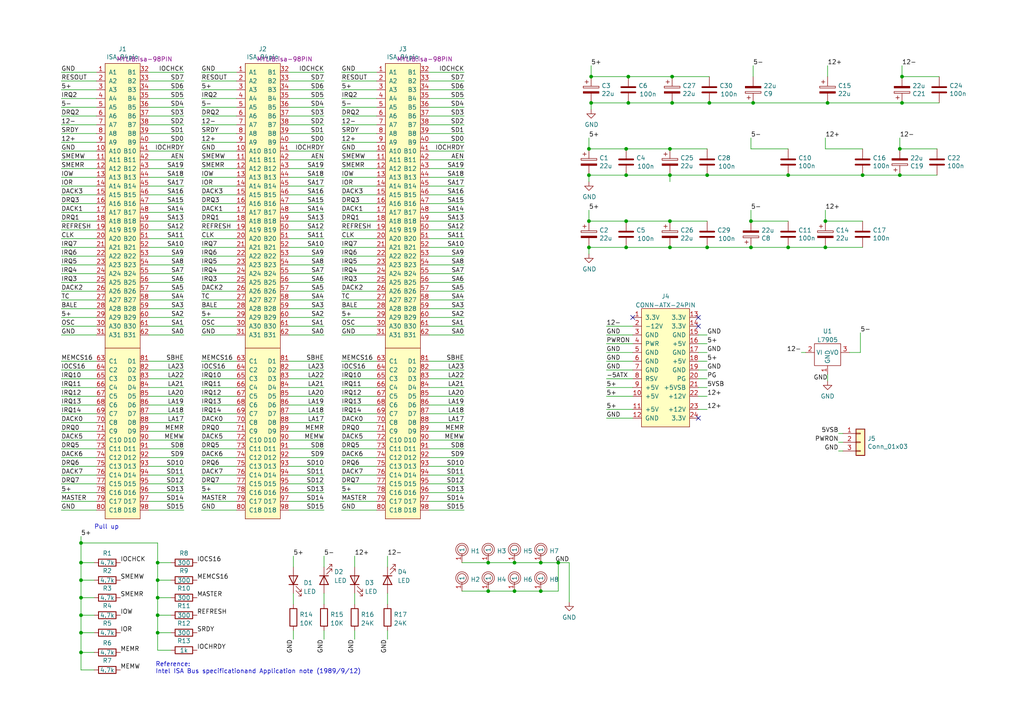
<source format=kicad_sch>
(kicad_sch (version 20211123) (generator eeschema)
  (paper "A4")
  (junction (at 205.105 71.755))
  (junction (at 182.245 29.845))
  (junction (at 261.62 22.225))
  (junction (at 170.815 64.135))
  (junction (at 194.31 43.18))
  (junction (at 194.945 29.845))
  (junction (at 250.19 50.8))
  (junction (at 228.6 50.8))
  (junction (at 205.74 29.845))
  (junction (at 149.225 163.195))
  (junction (at 217.805 64.135))
  (junction (at 194.31 50.8))
  (junction (at 181.61 50.8))
  (junction (at 23.495 168.275))
  (junction (at 261.62 29.845))
  (junction (at 181.61 43.18))
  (junction (at 182.245 22.225))
  (junction (at 240.03 29.845))
  (junction (at 23.495 183.515))
  (junction (at 45.72 173.355))
  (junction (at 161.925 163.195))
  (junction (at 45.72 168.275))
  (junction (at 181.61 71.755))
  (junction (at 260.985 50.8))
  (junction (at 156.845 171.45))
  (junction (at 217.805 71.755))
  (junction (at 260.985 43.18))
  (junction (at 194.31 64.135))
  (junction (at 170.815 71.755))
  (junction (at 141.605 171.45))
  (junction (at 194.945 22.225))
  (junction (at 171.45 29.845))
  (junction (at 239.395 64.135))
  (junction (at 23.495 189.23))
  (junction (at 45.72 178.435))
  (junction (at 141.605 163.195))
  (junction (at 218.44 29.845))
  (junction (at 23.495 157.48))
  (junction (at 149.225 171.45))
  (junction (at 228.6 71.755))
  (junction (at 239.395 71.755))
  (junction (at 170.815 50.8))
  (junction (at 23.495 173.355))
  (junction (at 23.495 178.435))
  (junction (at 181.61 64.135))
  (junction (at 45.72 163.195))
  (junction (at 205.105 50.8))
  (junction (at 194.31 71.755))
  (junction (at 170.815 43.18))
  (junction (at 23.495 163.195))
  (junction (at 45.72 183.515))
  (junction (at 156.845 163.195))
  (junction (at 171.45 22.225))
  (no_connect (at 183.515 92.075))
  (no_connect (at 202.565 92.075))
  (no_connect (at 202.565 94.615))
  (no_connect (at 202.565 121.285))
  (wire (pts (xy 250.19 43.18) (xy 239.395 43.18)))
  (wire (pts (xy 124.46 28.575) (xy 134.62 28.575)))
  (wire (pts (xy 45.72 188.595) (xy 45.72 183.515)))
  (wire (pts (xy 58.42 20.955) (xy 68.58 20.955)))
  (wire (pts (xy 156.845 171.45) (xy 161.925 171.45)))
  (wire (pts (xy 17.78 120.015) (xy 27.94 120.015)))
  (wire (pts (xy 83.82 97.155) (xy 93.98 97.155)))
  (wire (pts (xy 181.61 64.135) (xy 194.31 64.135)))
  (wire (pts (xy 83.82 79.375) (xy 93.98 79.375)))
  (wire (pts (xy 17.78 92.075) (xy 27.94 92.075)))
  (wire (pts (xy 68.58 23.495) (xy 58.42 23.495)))
  (wire (pts (xy 99.06 61.595) (xy 109.22 61.595)))
  (wire (pts (xy 23.495 157.48) (xy 45.72 157.48)))
  (wire (pts (xy 218.44 29.845) (xy 240.03 29.845)))
  (wire (pts (xy 99.06 74.295) (xy 109.22 74.295)))
  (wire (pts (xy 124.46 109.855) (xy 134.62 109.855)))
  (wire (pts (xy 218.44 19.05) (xy 218.44 22.225)))
  (wire (pts (xy 124.46 89.535) (xy 134.62 89.535)))
  (wire (pts (xy 99.06 59.055) (xy 109.22 59.055)))
  (wire (pts (xy 124.46 64.135) (xy 134.62 64.135)))
  (wire (pts (xy 17.78 56.515) (xy 27.94 56.515)))
  (wire (pts (xy 99.06 132.715) (xy 109.22 132.715)))
  (wire (pts (xy 93.98 161.29) (xy 93.98 164.465)))
  (wire (pts (xy 43.18 48.895) (xy 53.34 48.895)))
  (wire (pts (xy 202.565 104.775) (xy 205.105 104.775)))
  (wire (pts (xy 124.46 71.755) (xy 134.62 71.755)))
  (wire (pts (xy 23.495 178.435) (xy 23.495 183.515)))
  (wire (pts (xy 271.78 43.18) (xy 260.985 43.18)))
  (wire (pts (xy 49.53 178.435) (xy 45.72 178.435)))
  (wire (pts (xy 99.06 51.435) (xy 109.22 51.435)))
  (wire (pts (xy 68.58 26.035) (xy 58.42 26.035)))
  (wire (pts (xy 202.565 97.155) (xy 205.105 97.155)))
  (wire (pts (xy 17.78 89.535) (xy 27.94 89.535)))
  (wire (pts (xy 43.18 114.935) (xy 53.34 114.935)))
  (wire (pts (xy 27.305 173.355) (xy 23.495 173.355)))
  (wire (pts (xy 43.18 38.735) (xy 53.34 38.735)))
  (wire (pts (xy 83.82 69.215) (xy 93.98 69.215)))
  (wire (pts (xy 83.82 92.075) (xy 93.98 92.075)))
  (wire (pts (xy 68.58 28.575) (xy 58.42 28.575)))
  (wire (pts (xy 58.42 46.355) (xy 68.58 46.355)))
  (wire (pts (xy 43.18 26.035) (xy 53.34 26.035)))
  (wire (pts (xy 141.605 163.195) (xy 149.225 163.195)))
  (wire (pts (xy 99.06 89.535) (xy 109.22 89.535)))
  (wire (pts (xy 156.845 163.195) (xy 161.925 163.195)))
  (wire (pts (xy 202.565 114.935) (xy 205.105 114.935)))
  (wire (pts (xy 49.53 163.195) (xy 45.72 163.195)))
  (wire (pts (xy 124.46 43.815) (xy 134.62 43.815)))
  (wire (pts (xy 17.78 59.055) (xy 27.94 59.055)))
  (wire (pts (xy 17.78 94.615) (xy 27.94 94.615)))
  (wire (pts (xy 83.82 109.855) (xy 93.98 109.855)))
  (wire (pts (xy 102.87 161.29) (xy 102.87 164.465)))
  (wire (pts (xy 43.18 61.595) (xy 53.34 61.595)))
  (wire (pts (xy 58.42 71.755) (xy 68.58 71.755)))
  (wire (pts (xy 228.6 50.8) (xy 250.19 50.8)))
  (wire (pts (xy 182.245 22.225) (xy 171.45 22.225)))
  (wire (pts (xy 83.82 56.515) (xy 93.98 56.515)))
  (wire (pts (xy 182.245 29.845) (xy 171.45 29.845)))
  (wire (pts (xy 43.18 79.375) (xy 53.34 79.375)))
  (wire (pts (xy 83.82 107.315) (xy 93.98 107.315)))
  (wire (pts (xy 45.72 173.355) (xy 45.72 178.435)))
  (wire (pts (xy 124.46 137.795) (xy 134.62 137.795)))
  (wire (pts (xy 99.06 137.795) (xy 109.22 137.795)))
  (wire (pts (xy 43.18 41.275) (xy 53.34 41.275)))
  (wire (pts (xy 205.105 64.135) (xy 194.31 64.135)))
  (wire (pts (xy 83.82 117.475) (xy 93.98 117.475)))
  (wire (pts (xy 58.42 147.955) (xy 68.58 147.955)))
  (wire (pts (xy 83.82 86.995) (xy 93.98 86.995)))
  (wire (pts (xy 58.42 117.475) (xy 68.58 117.475)))
  (wire (pts (xy 99.06 104.775) (xy 109.22 104.775)))
  (wire (pts (xy 99.06 71.755) (xy 109.22 71.755)))
  (wire (pts (xy 83.82 76.835) (xy 93.98 76.835)))
  (wire (pts (xy 175.895 112.395) (xy 183.515 112.395)))
  (wire (pts (xy 99.06 41.275) (xy 109.22 41.275)))
  (wire (pts (xy 17.78 125.095) (xy 27.94 125.095)))
  (wire (pts (xy 124.46 112.395) (xy 134.62 112.395)))
  (wire (pts (xy 58.42 114.935) (xy 68.58 114.935)))
  (wire (pts (xy 165.1 174.625) (xy 165.1 163.195)))
  (wire (pts (xy 83.82 135.255) (xy 93.98 135.255)))
  (wire (pts (xy 124.46 69.215) (xy 134.62 69.215)))
  (wire (pts (xy 17.78 137.795) (xy 27.94 137.795)))
  (wire (pts (xy 170.815 60.96) (xy 170.815 64.135)))
  (wire (pts (xy 49.53 168.275) (xy 45.72 168.275)))
  (wire (pts (xy 43.18 66.675) (xy 53.34 66.675)))
  (wire (pts (xy 17.78 51.435) (xy 27.94 51.435)))
  (wire (pts (xy 124.46 127.635) (xy 134.62 127.635)))
  (wire (pts (xy 99.06 114.935) (xy 109.22 114.935)))
  (wire (pts (xy 27.94 33.655) (xy 17.78 33.655)))
  (wire (pts (xy 58.42 140.335) (xy 68.58 140.335)))
  (wire (pts (xy 27.94 31.115) (xy 17.78 31.115)))
  (wire (pts (xy 272.415 29.845) (xy 261.62 29.845)))
  (wire (pts (xy 202.565 107.315) (xy 205.105 107.315)))
  (wire (pts (xy 124.46 81.915) (xy 134.62 81.915)))
  (wire (pts (xy 58.42 92.075) (xy 68.58 92.075)))
  (wire (pts (xy 83.82 142.875) (xy 93.98 142.875)))
  (wire (pts (xy 17.78 41.275) (xy 27.94 41.275)))
  (wire (pts (xy 124.46 38.735) (xy 134.62 38.735)))
  (wire (pts (xy 17.78 66.675) (xy 27.94 66.675)))
  (wire (pts (xy 124.46 132.715) (xy 134.62 132.715)))
  (wire (pts (xy 58.42 69.215) (xy 68.58 69.215)))
  (wire (pts (xy 17.78 114.935) (xy 27.94 114.935)))
  (wire (pts (xy 124.46 66.675) (xy 134.62 66.675)))
  (wire (pts (xy 43.18 120.015) (xy 53.34 120.015)))
  (wire (pts (xy 93.98 20.955) (xy 83.82 20.955)))
  (wire (pts (xy 58.42 89.535) (xy 68.58 89.535)))
  (wire (pts (xy 83.82 74.295) (xy 93.98 74.295)))
  (wire (pts (xy 17.78 79.375) (xy 27.94 79.375)))
  (wire (pts (xy 45.72 157.48) (xy 45.72 163.195)))
  (wire (pts (xy 58.42 86.995) (xy 68.58 86.995)))
  (wire (pts (xy 181.61 64.135) (xy 170.815 64.135)))
  (wire (pts (xy 183.515 94.615) (xy 175.895 94.615)))
  (wire (pts (xy 109.22 38.735) (xy 99.06 38.735)))
  (wire (pts (xy 102.87 172.085) (xy 102.87 175.26)))
  (wire (pts (xy 170.815 43.18) (xy 181.61 43.18)))
  (wire (pts (xy 272.415 22.225) (xy 261.62 22.225)))
  (wire (pts (xy 194.31 71.755) (xy 205.105 71.755)))
  (wire (pts (xy 112.395 161.29) (xy 112.395 164.465)))
  (wire (pts (xy 58.42 137.795) (xy 68.58 137.795)))
  (wire (pts (xy 249.555 96.52) (xy 249.555 102.235)))
  (wire (pts (xy 83.82 130.175) (xy 93.98 130.175)))
  (wire (pts (xy 58.42 104.775) (xy 68.58 104.775)))
  (wire (pts (xy 205.105 71.755) (xy 217.805 71.755)))
  (wire (pts (xy 99.06 140.335) (xy 109.22 140.335)))
  (wire (pts (xy 83.82 104.775) (xy 93.98 104.775)))
  (wire (pts (xy 43.18 97.155) (xy 53.34 97.155)))
  (wire (pts (xy 109.22 28.575) (xy 99.06 28.575)))
  (wire (pts (xy 17.78 69.215) (xy 27.94 69.215)))
  (wire (pts (xy 124.46 92.075) (xy 134.62 92.075)))
  (wire (pts (xy 83.82 84.455) (xy 93.98 84.455)))
  (wire (pts (xy 124.46 86.995) (xy 134.62 86.995)))
  (wire (pts (xy 217.805 64.135) (xy 228.6 64.135)))
  (wire (pts (xy 133.985 163.195) (xy 141.605 163.195)))
  (wire (pts (xy 99.06 125.095) (xy 109.22 125.095)))
  (wire (pts (xy 43.18 89.535) (xy 53.34 89.535)))
  (wire (pts (xy 17.78 104.775) (xy 27.94 104.775)))
  (wire (pts (xy 124.46 135.255) (xy 134.62 135.255)))
  (wire (pts (xy 99.06 147.955) (xy 109.22 147.955)))
  (wire (pts (xy 217.805 60.96) (xy 217.805 64.135)))
  (wire (pts (xy 99.06 107.315) (xy 109.22 107.315)))
  (wire (pts (xy 99.06 127.635) (xy 109.22 127.635)))
  (wire (pts (xy 99.06 142.875) (xy 109.22 142.875)))
  (wire (pts (xy 217.805 40.005) (xy 217.805 43.18)))
  (wire (pts (xy 124.46 79.375) (xy 134.62 79.375)))
  (wire (pts (xy 23.495 168.275) (xy 23.495 173.355)))
  (wire (pts (xy 43.18 130.175) (xy 53.34 130.175)))
  (wire (pts (xy 243.205 128.27) (xy 244.475 128.27)))
  (wire (pts (xy 93.98 182.88) (xy 93.98 185.42)))
  (wire (pts (xy 124.46 61.595) (xy 134.62 61.595)))
  (wire (pts (xy 99.06 109.855) (xy 109.22 109.855)))
  (wire (pts (xy 17.78 86.995) (xy 27.94 86.995)))
  (wire (pts (xy 124.46 36.195) (xy 134.62 36.195)))
  (wire (pts (xy 58.42 66.675) (xy 68.58 66.675)))
  (wire (pts (xy 43.18 33.655) (xy 53.34 33.655)))
  (wire (pts (xy 17.78 43.815) (xy 27.94 43.815)))
  (wire (pts (xy 43.18 56.515) (xy 53.34 56.515)))
  (wire (pts (xy 246.38 102.235) (xy 249.555 102.235)))
  (wire (pts (xy 99.06 135.255) (xy 109.22 135.255)))
  (wire (pts (xy 43.18 107.315) (xy 53.34 107.315)))
  (wire (pts (xy 83.82 53.975) (xy 93.98 53.975)))
  (wire (pts (xy 43.18 31.115) (xy 53.34 31.115)))
  (wire (pts (xy 239.395 60.96) (xy 239.395 64.135)))
  (wire (pts (xy 17.78 142.875) (xy 27.94 142.875)))
  (wire (pts (xy 83.82 36.195) (xy 93.98 36.195)))
  (wire (pts (xy 83.82 46.355) (xy 93.98 46.355)))
  (wire (pts (xy 23.495 194.31) (xy 23.495 189.23)))
  (wire (pts (xy 83.82 41.275) (xy 93.98 41.275)))
  (wire (pts (xy 43.18 135.255) (xy 53.34 135.255)))
  (wire (pts (xy 43.18 64.135) (xy 53.34 64.135)))
  (wire (pts (xy 58.42 135.255) (xy 68.58 135.255)))
  (wire (pts (xy 83.82 137.795) (xy 93.98 137.795)))
  (wire (pts (xy 99.06 112.395) (xy 109.22 112.395)))
  (wire (pts (xy 240.03 19.05) (xy 240.03 22.225)))
  (wire (pts (xy 17.78 61.595) (xy 27.94 61.595)))
  (wire (pts (xy 239.395 71.755) (xy 228.6 71.755)))
  (wire (pts (xy 124.46 48.895) (xy 134.62 48.895)))
  (wire (pts (xy 83.82 38.735) (xy 93.98 38.735)))
  (wire (pts (xy 43.18 28.575) (xy 53.34 28.575)))
  (wire (pts (xy 124.46 147.955) (xy 134.62 147.955)))
  (wire (pts (xy 17.78 97.155) (xy 27.94 97.155)))
  (wire (pts (xy 43.18 117.475) (xy 53.34 117.475)))
  (wire (pts (xy 58.42 107.315) (xy 68.58 107.315)))
  (wire (pts (xy 23.495 155.575) (xy 23.495 157.48)))
  (wire (pts (xy 58.42 59.055) (xy 68.58 59.055)))
  (wire (pts (xy 58.42 53.975) (xy 68.58 53.975)))
  (wire (pts (xy 239.395 40.005) (xy 239.395 43.18)))
  (wire (pts (xy 170.815 40.005) (xy 170.815 43.18)))
  (wire (pts (xy 17.78 147.955) (xy 27.94 147.955)))
  (wire (pts (xy 85.09 172.085) (xy 85.09 175.26)))
  (wire (pts (xy 99.06 94.615) (xy 109.22 94.615)))
  (wire (pts (xy 124.46 107.315) (xy 134.62 107.315)))
  (wire (pts (xy 181.61 71.755) (xy 170.815 71.755)))
  (wire (pts (xy 58.42 74.295) (xy 68.58 74.295)))
  (wire (pts (xy 58.42 81.915) (xy 68.58 81.915)))
  (wire (pts (xy 43.18 86.995) (xy 53.34 86.995)))
  (wire (pts (xy 202.565 102.235) (xy 205.105 102.235)))
  (wire (pts (xy 99.06 130.175) (xy 109.22 130.175)))
  (wire (pts (xy 58.42 142.875) (xy 68.58 142.875)))
  (wire (pts (xy 171.45 19.05) (xy 171.45 22.225)))
  (wire (pts (xy 83.82 127.635) (xy 93.98 127.635)))
  (wire (pts (xy 83.82 23.495) (xy 93.98 23.495)))
  (wire (pts (xy 23.495 183.515) (xy 27.305 183.515)))
  (wire (pts (xy 99.06 86.995) (xy 109.22 86.995)))
  (wire (pts (xy 124.46 23.495) (xy 134.62 23.495)))
  (wire (pts (xy 181.61 43.18) (xy 194.31 43.18)))
  (wire (pts (xy 17.78 135.255) (xy 27.94 135.255)))
  (wire (pts (xy 112.395 182.88) (xy 112.395 185.42)))
  (wire (pts (xy 17.78 48.895) (xy 27.94 48.895)))
  (wire (pts (xy 205.105 43.18) (xy 194.31 43.18)))
  (wire (pts (xy 43.18 84.455) (xy 53.34 84.455)))
  (wire (pts (xy 205.74 22.225) (xy 194.945 22.225)))
  (wire (pts (xy 27.94 28.575) (xy 17.78 28.575)))
  (wire (pts (xy 99.06 97.155) (xy 109.22 97.155)))
  (wire (pts (xy 58.42 41.275) (xy 68.58 41.275)))
  (wire (pts (xy 17.78 107.315) (xy 27.94 107.315)))
  (wire (pts (xy 99.06 48.895) (xy 109.22 48.895)))
  (wire (pts (xy 58.42 122.555) (xy 68.58 122.555)))
  (wire (pts (xy 124.46 33.655) (xy 134.62 33.655)))
  (wire (pts (xy 124.46 145.415) (xy 134.62 145.415)))
  (wire (pts (xy 261.62 22.225) (xy 261.62 19.05)))
  (wire (pts (xy 112.395 172.085) (xy 112.395 175.26)))
  (wire (pts (xy 43.18 109.855) (xy 53.34 109.855)))
  (wire (pts (xy 260.985 50.8) (xy 250.19 50.8)))
  (wire (pts (xy 83.82 89.535) (xy 93.98 89.535)))
  (wire (pts (xy 124.46 117.475) (xy 134.62 117.475)))
  (wire (pts (xy 43.18 59.055) (xy 53.34 59.055)))
  (wire (pts (xy 17.78 36.195) (xy 27.94 36.195)))
  (wire (pts (xy 134.62 20.955) (xy 124.46 20.955)))
  (wire (pts (xy 205.74 29.845) (xy 218.44 29.845)))
  (wire (pts (xy 99.06 76.835) (xy 109.22 76.835)))
  (wire (pts (xy 17.78 84.455) (xy 27.94 84.455)))
  (wire (pts (xy 83.82 26.035) (xy 93.98 26.035)))
  (wire (pts (xy 124.46 125.095) (xy 134.62 125.095)))
  (wire (pts (xy 58.42 64.135) (xy 68.58 64.135)))
  (wire (pts (xy 183.515 104.775) (xy 175.895 104.775)))
  (wire (pts (xy 233.68 102.235) (xy 232.41 102.235)))
  (wire (pts (xy 240.03 110.49) (xy 240.03 108.585)))
  (wire (pts (xy 124.46 122.555) (xy 134.62 122.555)))
  (wire (pts (xy 175.895 109.855) (xy 183.515 109.855)))
  (wire (pts (xy 83.82 51.435) (xy 93.98 51.435)))
  (wire (pts (xy 170.815 50.8) (xy 170.815 52.705)))
  (wire (pts (xy 49.53 188.595) (xy 45.72 188.595)))
  (wire (pts (xy 27.305 189.23) (xy 23.495 189.23)))
  (wire (pts (xy 83.82 94.615) (xy 93.98 94.615)))
  (wire (pts (xy 183.515 102.235) (xy 175.895 102.235)))
  (wire (pts (xy 83.82 71.755) (xy 93.98 71.755)))
  (wire (pts (xy 43.18 145.415) (xy 53.34 145.415)))
  (wire (pts (xy 171.45 29.845) (xy 171.45 31.75)))
  (wire (pts (xy 124.46 31.115) (xy 134.62 31.115)))
  (wire (pts (xy 27.305 163.195) (xy 23.495 163.195)))
  (wire (pts (xy 85.09 161.29) (xy 85.09 164.465)))
  (wire (pts (xy 43.18 140.335) (xy 53.34 140.335)))
  (wire (pts (xy 17.78 71.755) (xy 27.94 71.755)))
  (wire (pts (xy 99.06 56.515) (xy 109.22 56.515)))
  (wire (pts (xy 99.06 46.355) (xy 109.22 46.355)))
  (wire (pts (xy 17.78 81.915) (xy 27.94 81.915)))
  (wire (pts (xy 83.82 81.915) (xy 93.98 81.915)))
  (wire (pts (xy 58.42 56.515) (xy 68.58 56.515)))
  (wire (pts (xy 17.78 112.395) (xy 27.94 112.395)))
  (wire (pts (xy 58.42 130.175) (xy 68.58 130.175)))
  (wire (pts (xy 43.18 104.775) (xy 53.34 104.775)))
  (wire (pts (xy 83.82 140.335) (xy 93.98 140.335)))
  (wire (pts (xy 17.78 145.415) (xy 27.94 145.415)))
  (wire (pts (xy 124.46 51.435) (xy 134.62 51.435)))
  (wire (pts (xy 99.06 79.375) (xy 109.22 79.375)))
  (wire (pts (xy 17.78 64.135) (xy 27.94 64.135)))
  (wire (pts (xy 58.42 94.615) (xy 68.58 94.615)))
  (wire (pts (xy 68.58 33.655) (xy 58.42 33.655)))
  (wire (pts (xy 205.74 29.845) (xy 194.945 29.845)))
  (wire (pts (xy 217.805 71.755) (xy 228.6 71.755)))
  (wire (pts (xy 183.515 97.155) (xy 175.895 97.155)))
  (wire (pts (xy 58.42 109.855) (xy 68.58 109.855)))
  (wire (pts (xy 175.895 99.695) (xy 183.515 99.695)))
  (wire (pts (xy 202.565 118.745) (xy 205.105 118.745)))
  (wire (pts (xy 124.46 120.015) (xy 134.62 120.015)))
  (wire (pts (xy 53.34 20.955) (xy 43.18 20.955)))
  (wire (pts (xy 27.305 178.435) (xy 23.495 178.435)))
  (wire (pts (xy 43.18 137.795) (xy 53.34 137.795)))
  (wire (pts (xy 58.42 43.815) (xy 68.58 43.815)))
  (wire (pts (xy 27.94 26.035) (xy 17.78 26.035)))
  (wire (pts (xy 239.395 71.755) (xy 250.19 71.755)))
  (wire (pts (xy 102.87 182.88) (xy 102.87 185.42)))
  (wire (pts (xy 99.06 64.135) (xy 109.22 64.135)))
  (wire (pts (xy 165.1 163.195) (xy 161.925 163.195)))
  (wire (pts (xy 58.42 120.015) (xy 68.58 120.015)))
  (wire (pts (xy 23.495 194.31) (xy 27.305 194.31)))
  (wire (pts (xy 183.515 121.285) (xy 175.895 121.285)))
  (wire (pts (xy 124.46 142.875) (xy 134.62 142.875)))
  (wire (pts (xy 202.565 109.855) (xy 205.105 109.855)))
  (wire (pts (xy 43.18 36.195) (xy 53.34 36.195)))
  (wire (pts (xy 124.46 130.175) (xy 134.62 130.175)))
  (wire (pts (xy 58.42 36.195) (xy 68.58 36.195)))
  (wire (pts (xy 109.22 26.035) (xy 99.06 26.035)))
  (wire (pts (xy 43.18 81.915) (xy 53.34 81.915)))
  (wire (pts (xy 93.98 172.085) (xy 93.98 175.26)))
  (wire (pts (xy 43.18 43.815) (xy 53.34 43.815)))
  (wire (pts (xy 83.82 43.815) (xy 93.98 43.815)))
  (wire (pts (xy 109.22 33.655) (xy 99.06 33.655)))
  (wire (pts (xy 58.42 84.455) (xy 68.58 84.455)))
  (wire (pts (xy 58.42 76.835) (xy 68.58 76.835)))
  (wire (pts (xy 17.78 117.475) (xy 27.94 117.475)))
  (wire (pts (xy 99.06 81.915) (xy 109.22 81.915)))
  (wire (pts (xy 99.06 20.955) (xy 109.22 20.955)))
  (wire (pts (xy 124.46 114.935) (xy 134.62 114.935)))
  (wire (pts (xy 243.205 125.73) (xy 244.475 125.73)))
  (wire (pts (xy 17.78 127.635) (xy 27.94 127.635)))
  (wire (pts (xy 124.46 97.155) (xy 134.62 97.155)))
  (wire (pts (xy 43.18 74.295) (xy 53.34 74.295)))
  (wire (pts (xy 58.42 127.635) (xy 68.58 127.635)))
  (wire (pts (xy 49.53 183.515) (xy 45.72 183.515)))
  (wire (pts (xy 58.42 97.155) (xy 68.58 97.155)))
  (wire (pts (xy 149.225 171.45) (xy 156.845 171.45)))
  (wire (pts (xy 83.82 122.555) (xy 93.98 122.555)))
  (wire (pts (xy 175.895 118.745) (xy 183.515 118.745)))
  (wire (pts (xy 124.46 94.615) (xy 134.62 94.615)))
  (wire (pts (xy 17.78 20.955) (xy 27.94 20.955)))
  (wire (pts (xy 170.815 71.755) (xy 170.815 73.66)))
  (wire (pts (xy 83.82 145.415) (xy 93.98 145.415)))
  (wire (pts (xy 124.46 76.835) (xy 134.62 76.835)))
  (wire (pts (xy 175.895 114.935) (xy 183.515 114.935)))
  (wire (pts (xy 124.46 140.335) (xy 134.62 140.335)))
  (wire (pts (xy 99.06 84.455) (xy 109.22 84.455)))
  (wire (pts (xy 17.78 76.835) (xy 27.94 76.835)))
  (wire (pts (xy 58.42 112.395) (xy 68.58 112.395)))
  (wire (pts (xy 124.46 53.975) (xy 134.62 53.975)))
  (wire (pts (xy 58.42 48.895) (xy 68.58 48.895)))
  (wire (pts (xy 43.18 112.395) (xy 53.34 112.395)))
  (wire (pts (xy 181.61 50.8) (xy 194.31 50.8)))
  (wire (pts (xy 17.78 140.335) (xy 27.94 140.335)))
  (wire (pts (xy 43.18 51.435) (xy 53.34 51.435)))
  (wire (pts (xy 124.46 26.035) (xy 134.62 26.035)))
  (wire (pts (xy 17.78 53.975) (xy 27.94 53.975)))
  (wire (pts (xy 68.58 31.115) (xy 58.42 31.115)))
  (wire (pts (xy 202.565 99.695) (xy 205.105 99.695)))
  (wire (pts (xy 58.42 79.375) (xy 68.58 79.375)))
  (wire (pts (xy 99.06 117.475) (xy 109.22 117.475)))
  (wire (pts (xy 23.495 157.48) (xy 23.495 163.195)))
  (wire (pts (xy 43.18 71.755) (xy 53.34 71.755)))
  (wire (pts (xy 83.82 114.935) (xy 93.98 114.935)))
  (wire (pts (xy 23.495 173.355) (xy 23.495 178.435)))
  (wire (pts (xy 83.82 66.675) (xy 93.98 66.675)))
  (wire (pts (xy 83.82 48.895) (xy 93.98 48.895)))
  (wire (pts (xy 271.78 50.8) (xy 260.985 50.8)))
  (wire (pts (xy 27.94 23.495) (xy 17.78 23.495)))
  (wire (pts (xy 202.565 112.395) (xy 205.105 112.395)))
  (wire (pts (xy 43.18 142.875) (xy 53.34 142.875)))
  (wire (pts (xy 240.03 29.845) (xy 261.62 29.845)))
  (wire (pts (xy 45.72 168.275) (xy 45.72 173.355)))
  (wire (pts (xy 83.82 147.955) (xy 93.98 147.955)))
  (wire (pts (xy 17.78 74.295) (xy 27.94 74.295)))
  (wire (pts (xy 27.94 38.735) (xy 17.78 38.735)))
  (wire (pts (xy 124.46 104.775) (xy 134.62 104.775)))
  (wire (pts (xy 83.82 64.135) (xy 93.98 64.135)))
  (wire (pts (xy 205.105 50.8) (xy 228.6 50.8)))
  (wire (pts (xy 99.06 53.975) (xy 109.22 53.975)))
  (wire (pts (xy 141.605 171.45) (xy 149.225 171.45)))
  (wire (pts (xy 124.46 84.455) (xy 134.62 84.455)))
  (wire (pts (xy 23.495 163.195) (xy 23.495 168.275)))
  (wire (pts (xy 17.78 109.855) (xy 27.94 109.855)))
  (wire (pts (xy 83.82 59.055) (xy 93.98 59.055)))
  (wire (pts (xy 182.245 29.845) (xy 194.945 29.845)))
  (wire (pts (xy 17.78 130.175) (xy 27.94 130.175)))
  (wire (pts (xy 83.82 125.095) (xy 93.98 125.095)))
  (wire (pts (xy 124.46 41.275) (xy 134.62 41.275)))
  (wire (pts (xy 99.06 66.675) (xy 109.22 66.675)))
  (wire (pts (xy 43.18 23.495) (xy 53.34 23.495)))
  (wire (pts (xy 58.42 145.415) (xy 68.58 145.415)))
  (wire (pts (xy 83.82 28.575) (xy 93.98 28.575)))
  (wire (pts (xy 23.495 189.23) (xy 23.495 183.515)))
  (wire (pts (xy 99.06 92.075) (xy 109.22 92.075)))
  (wire (pts (xy 243.205 130.81) (xy 244.475 130.81)))
  (wire (pts (xy 17.78 132.715) (xy 27.94 132.715)))
  (wire (pts (xy 99.06 145.415) (xy 109.22 145.415)))
  (wire (pts (xy 124.46 74.295) (xy 134.62 74.295)))
  (wire (pts (xy 194.31 50.8) (xy 194.31 52.705)))
  (wire (pts (xy 68.58 38.735) (xy 58.42 38.735)))
  (wire (pts (xy 43.18 46.355) (xy 53.34 46.355)))
  (wire (pts (xy 181.61 71.755) (xy 194.31 71.755)))
  (wire (pts (xy 149.225 163.195) (xy 156.845 163.195)))
  (wire (pts (xy 43.18 147.955) (xy 53.34 147.955)))
  (wire (pts (xy 109.22 31.115) (xy 99.06 31.115)))
  (wire (pts (xy 43.18 125.095) (xy 53.34 125.095)))
  (wire (pts (xy 83.82 112.395) (xy 93.98 112.395)))
  (wire (pts (xy 183.515 107.315) (xy 175.895 107.315)))
  (wire (pts (xy 99.06 36.195) (xy 109.22 36.195)))
  (wire (pts (xy 161.925 163.195) (xy 161.925 171.45)))
  (wire (pts (xy 58.42 125.095) (xy 68.58 125.095)))
  (wire (pts (xy 99.06 122.555) (xy 109.22 122.555)))
  (wire (pts (xy 43.18 127.635) (xy 53.34 127.635)))
  (wire (pts (xy 250.19 64.135) (xy 239.395 64.135)))
  (wire (pts (xy 45.72 163.195) (xy 45.72 168.275)))
  (wire (pts (xy 85.09 182.88) (xy 85.09 185.42)))
  (wire (pts (xy 17.78 46.355) (xy 27.94 46.355)))
  (wire (pts (xy 17.78 122.555) (xy 27.94 122.555)))
  (wire (pts (xy 49.53 173.355) (xy 45.72 173.355)))
  (wire (pts (xy 27.305 168.275) (xy 23.495 168.275)))
  (wire (pts (xy 43.18 76.835) (xy 53.34 76.835)))
  (wire (pts (xy 83.82 31.115) (xy 93.98 31.115)))
  (wire (pts (xy 260.985 43.18) (xy 260.985 40.005)))
  (wire (pts (xy 43.18 94.615) (xy 53.34 94.615)))
  (wire (pts (xy 205.105 50.8) (xy 194.31 50.8)))
  (wire (pts (xy 99.06 43.815) (xy 109.22 43.815)))
  (wire (pts (xy 83.82 120.015) (xy 93.98 120.015)))
  (wire (pts (xy 124.46 46.355) (xy 134.62 46.355)))
  (wire (pts (xy 109.22 23.495) (xy 99.06 23.495)))
  (wire (pts (xy 217.805 43.18) (xy 228.6 43.18)))
  (wire (pts (xy 45.72 178.435) (xy 45.72 183.515)))
  (wire (pts (xy 181.61 50.8) (xy 170.815 50.8)))
  (wire (pts (xy 58.42 51.435) (xy 68.58 51.435)))
  (wire (pts (xy 43.18 92.075) (xy 53.34 92.075)))
  (wire (pts (xy 58.42 61.595) (xy 68.58 61.595)))
  (wire (pts (xy 58.42 132.715) (xy 68.58 132.715)))
  (wire (pts (xy 99.06 69.215) (xy 109.22 69.215)))
  (wire (pts (xy 83.82 132.715) (xy 93.98 132.715)))
  (wire (pts (xy 43.18 132.715) (xy 53.34 132.715)))
  (wire (pts (xy 83.82 33.655) (xy 93.98 33.655)))
  (wire (pts (xy 43.18 53.975) (xy 53.34 53.975)))
  (wire (pts (xy 99.06 120.015) (xy 109.22 120.015)))
  (wire (pts (xy 83.82 61.595) (xy 93.98 61.595)))
  (wire (pts (xy 124.46 59.055) (xy 134.62 59.055)))
  (wire (pts (xy 124.46 56.515) (xy 134.62 56.515)))
  (wire (pts (xy 133.985 171.45) (xy 141.605 171.45)))
  (wire (pts (xy 182.245 22.225) (xy 194.945 22.225)))
  (wire (pts (xy 43.18 69.215) (xy 53.34 69.215)))
  (wire (pts (xy 43.18 122.555) (xy 53.34 122.555)))
  (text "Reference: \nIntel ISA Bus specificationand Application note (1989/9/12)" (at 45.085 195.58 0) (effects (font (size 1.27 1.27)) (justify left bottom)))
  (text "Pull up" (at 27.305 153.67 0) (effects (font (size 1.27 1.27)) (justify left bottom)))
  (label "SD6" (at 134.62 26.035 180))
  (label "5+" (at 205.105 104.775 0))
  (label "OSC" (at 99.06 94.615 0))
  (label "IRQ3" (at 99.06 81.915 0))
  (label "DRQ3" (at 99.06 59.055 0))
  (label "5+" (at 175.895 114.935 0))
  (label "DACK3" (at 58.42 56.515 0))
  (label "SD15" (at 53.34 147.955 180))
  (label "SA15" (at 134.62 59.055 180))
  (label "SA1" (at 134.62 94.615 180))
  (label "LA21" (at 93.98 112.395 180))
  (label "DRQ7" (at 17.78 140.335 0))
  (label "5+" (at 99.06 142.875 0))
  (label "SA18" (at 93.98 51.435 180))
  (label "SMEMR" (at 99.06 48.895 0))
  (label "5-" (at 217.805 40.005 0))
  (label "IOCS16" (at 17.78 107.315 0))
  (label "BALE" (at 58.42 89.535 0))
  (label "IRQ7" (at 17.78 71.755 0))
  (label "BALE" (at 17.78 89.535 0))
  (label "IRQ10" (at 99.06 109.855 0))
  (label "GND" (at 58.42 20.955 0))
  (label "5+" (at 17.78 26.035 0))
  (label "12-" (at 58.42 36.195 0))
  (label "DACK7" (at 58.42 137.795 0))
  (label "12+" (at 239.395 40.005 0))
  (label "DRQ6" (at 17.78 135.255 0))
  (label "SA15" (at 93.98 59.055 180))
  (label "DRQ2" (at 99.06 33.655 0))
  (label "IRQ6" (at 17.78 74.295 0))
  (label "IRQ13" (at 17.78 117.475 0))
  (label "IRQ14" (at 17.78 120.015 0))
  (label "IRQ4" (at 58.42 79.375 0))
  (label "SD8" (at 134.62 130.175 180))
  (label "SA11" (at 134.62 69.215 180))
  (label "SA2" (at 93.98 92.075 180))
  (label "IOCHCK" (at 53.34 20.955 180))
  (label "IOCHRDY" (at 57.15 188.595 0))
  (label "REFRESH" (at 58.42 66.675 0))
  (label "SRDY" (at 99.06 38.735 0))
  (label "AEN" (at 53.34 46.355 180))
  (label "SD9" (at 134.62 132.715 180))
  (label "LA21" (at 53.34 112.395 180))
  (label "SD11" (at 53.34 137.795 180))
  (label "SD14" (at 134.62 145.415 180))
  (label "LA18" (at 53.34 120.015 180))
  (label "IOCHCK" (at 34.925 163.195 0))
  (label "SA17" (at 134.62 53.975 180))
  (label "5-" (at 58.42 31.115 0))
  (label "SA6" (at 134.62 81.915 180))
  (label "SBHE" (at 93.98 104.775 180))
  (label "12-" (at 261.62 19.05 0))
  (label "IRQ12" (at 99.06 114.935 0))
  (label "SD10" (at 93.98 135.255 180))
  (label "MASTER" (at 58.42 145.415 0))
  (label "GND" (at 175.895 121.285 0))
  (label "PWRON" (at 175.895 99.695 0))
  (label "SA19" (at 53.34 48.895 180))
  (label "SA17" (at 53.34 53.975 180))
  (label "MEMCS16" (at 17.78 104.775 0))
  (label "MEMCS16" (at 99.06 104.775 0))
  (label "SMEMR" (at 58.42 48.895 0))
  (label "DACK3" (at 99.06 56.515 0))
  (label "SD3" (at 53.34 33.655 180))
  (label "SD9" (at 93.98 132.715 180))
  (label "SD6" (at 93.98 26.035 180))
  (label "SD13" (at 93.98 142.875 180))
  (label "5+" (at 99.06 92.075 0))
  (label "IRQ4" (at 99.06 79.375 0))
  (label "SA8" (at 134.62 76.835 180))
  (label "SD7" (at 53.34 23.495 180))
  (label "GND" (at 243.205 130.81 180))
  (label "12+" (at 17.78 41.275 0))
  (label "GND" (at 58.42 147.955 0))
  (label "5-" (at 99.06 31.115 0))
  (label "MEMW" (at 134.62 127.635 180))
  (label "RESOUT" (at 17.78 23.495 0))
  (label "12+" (at 99.06 41.275 0))
  (label "LA17" (at 134.62 122.555 180))
  (label "5+" (at 58.42 92.075 0))
  (label "SA7" (at 93.98 79.375 180))
  (label "CLK" (at 58.42 69.215 0))
  (label "IRQ11" (at 17.78 112.395 0))
  (label "SA10" (at 134.62 71.755 180))
  (label "GND" (at 17.78 147.955 0))
  (label "LA22" (at 93.98 109.855 180))
  (label "SA12" (at 134.62 66.675 180))
  (label "SA4" (at 134.62 86.995 180))
  (label "12+" (at 205.105 114.935 0))
  (label "DRQ5" (at 58.42 130.175 0))
  (label "CLK" (at 17.78 69.215 0))
  (label "IOCHRDY" (at 134.62 43.815 180))
  (label "SA12" (at 53.34 66.675 180))
  (label "5-" (at 93.98 161.29 0))
  (label "DRQ2" (at 58.42 33.655 0))
  (label "GND" (at 99.06 147.955 0))
  (label "5-" (at 249.555 96.52 0))
  (label "12+" (at 102.87 161.29 0))
  (label "LA19" (at 53.34 117.475 180))
  (label "5+" (at 170.815 60.96 0))
  (label "SD1" (at 53.34 38.735 180))
  (label "IRQ14" (at 58.42 120.015 0))
  (label "SA1" (at 93.98 94.615 180))
  (label "SA16" (at 134.62 56.515 180))
  (label "LA22" (at 53.34 109.855 180))
  (label "IRQ10" (at 17.78 109.855 0))
  (label "SA5" (at 53.34 84.455 180))
  (label "MEMCS16" (at 58.42 104.775 0))
  (label "SA10" (at 53.34 71.755 180))
  (label "SA2" (at 134.62 92.075 180))
  (label "SD2" (at 93.98 36.195 180))
  (label "BALE" (at 99.06 89.535 0))
  (label "SMEMW" (at 34.925 168.275 0))
  (label "IRQ7" (at 58.42 71.755 0))
  (label "5VSB" (at 243.205 125.73 180))
  (label "SA3" (at 53.34 89.535 180))
  (label "GND" (at 175.895 97.155 0))
  (label "DACK2" (at 99.06 84.455 0))
  (label "SA4" (at 93.98 86.995 180))
  (label "IOCS16" (at 58.42 107.315 0))
  (label "IOW" (at 58.42 51.435 0))
  (label "LA21" (at 134.62 112.395 180))
  (label "SA6" (at 53.34 81.915 180))
  (label "SD1" (at 93.98 38.735 180))
  (label "DRQ6" (at 58.42 135.255 0))
  (label "DACK5" (at 99.06 127.635 0))
  (label "5+" (at 170.815 40.005 0))
  (label "LA18" (at 134.62 120.015 180))
  (label "GND" (at 175.895 102.235 0))
  (label "DRQ0" (at 17.78 125.095 0))
  (label "DACK6" (at 58.42 132.715 0))
  (label "MEMR" (at 134.62 125.095 180))
  (label "SA0" (at 134.62 97.155 180))
  (label "DRQ3" (at 58.42 59.055 0))
  (label "LA18" (at 93.98 120.015 180))
  (label "SD7" (at 93.98 23.495 180))
  (label "IRQ14" (at 99.06 120.015 0))
  (label "SD13" (at 53.34 142.875 180))
  (label "GND" (at 17.78 43.815 0))
  (label "SA13" (at 53.34 64.135 180))
  (label "DRQ7" (at 99.06 140.335 0))
  (label "12-" (at 17.78 36.195 0))
  (label "TC" (at 17.78 86.995 0))
  (label "REFRESH" (at 99.06 66.675 0))
  (label "SA6" (at 93.98 81.915 180))
  (label "SD13" (at 134.62 142.875 180))
  (label "SD15" (at 134.62 147.955 180))
  (label "MASTER" (at 99.06 145.415 0))
  (label "SD12" (at 134.62 140.335 180))
  (label "SRDY" (at 58.42 38.735 0))
  (label "GND" (at 99.06 97.155 0))
  (label "SA3" (at 93.98 89.535 180))
  (label "IRQ12" (at 58.42 114.935 0))
  (label "DRQ3" (at 17.78 59.055 0))
  (label "SD14" (at 93.98 145.415 180))
  (label "SD7" (at 134.62 23.495 180))
  (label "SA16" (at 53.34 56.515 180))
  (label "SA14" (at 93.98 61.595 180))
  (label "GND" (at 93.98 185.42 270))
  (label "SD11" (at 93.98 137.795 180))
  (label "SA19" (at 134.62 48.895 180))
  (label "IRQ11" (at 99.06 112.395 0))
  (label "IOR" (at 17.78 53.975 0))
  (label "SA18" (at 134.62 51.435 180))
  (label "5+" (at 175.895 118.745 0))
  (label "SA11" (at 93.98 69.215 180))
  (label "GND" (at 205.105 97.155 0))
  (label "SA9" (at 53.34 74.295 180))
  (label "5+" (at 17.78 142.875 0))
  (label "SA8" (at 53.34 76.835 180))
  (label "DACK2" (at 58.42 84.455 0))
  (label "RESOUT" (at 99.06 23.495 0))
  (label "IRQ7" (at 99.06 71.755 0))
  (label "DACK3" (at 17.78 56.515 0))
  (label "12-" (at 112.395 161.29 0))
  (label "SD5" (at 93.98 28.575 180))
  (label "SD1" (at 134.62 38.735 180))
  (label "DACK7" (at 99.06 137.795 0))
  (label "DACK7" (at 17.78 137.795 0))
  (label "5-" (at 218.44 19.05 0))
  (label "SA14" (at 134.62 61.595 180))
  (label "5+" (at 85.09 161.29 0))
  (label "DRQ1" (at 58.42 64.135 0))
  (label "SRDY" (at 57.15 183.515 0))
  (label "IRQ5" (at 99.06 76.835 0))
  (label "SA7" (at 134.62 79.375 180))
  (label "5VSB" (at 205.105 112.395 0))
  (label "LA20" (at 53.34 114.935 180))
  (label "GND" (at 205.105 102.235 0))
  (label "IOCHCK" (at 134.62 20.955 180))
  (label "DRQ1" (at 99.06 64.135 0))
  (label "SRDY" (at 17.78 38.735 0))
  (label "GND" (at 175.895 104.775 0))
  (label "SD2" (at 134.62 36.195 180))
  (label "SD14" (at 53.34 145.415 180))
  (label "IRQ11" (at 58.42 112.395 0))
  (label "12-" (at 175.895 94.615 0))
  (label "DRQ5" (at 17.78 130.175 0))
  (label "MASTER" (at 57.15 173.355 0))
  (label "IOCHCK" (at 93.98 20.955 180))
  (label "SA19" (at 93.98 48.895 180))
  (label "DRQ0" (at 99.06 125.095 0))
  (label "LA17" (at 53.34 122.555 180))
  (label "DACK1" (at 99.06 61.595 0))
  (label "GND" (at 99.06 43.815 0))
  (label "TC" (at 58.42 86.995 0))
  (label "IRQ3" (at 58.42 81.915 0))
  (label "SD5" (at 134.62 28.575 180))
  (label "IOW" (at 99.06 51.435 0))
  (label "5+" (at 205.105 99.695 0))
  (label "12+" (at 240.03 19.05 0))
  (label "REFRESH" (at 57.15 178.435 0))
  (label "5+" (at 171.45 19.05 0))
  (label "DACK2" (at 17.78 84.455 0))
  (label "GND" (at 17.78 20.955 0))
  (label "MEMR" (at 53.34 125.095 180))
  (label "SD0" (at 53.34 41.275 180))
  (label "MEMW" (at 53.34 127.635 180))
  (label "LA20" (at 93.98 114.935 180))
  (label "GND" (at 112.395 185.42 270))
  (label "LA22" (at 134.62 109.855 180))
  (label "DRQ5" (at 99.06 130.175 0))
  (label "DACK6" (at 17.78 132.715 0))
  (label "IRQ10" (at 58.42 109.855 0))
  (label "SMEMR" (at 17.78 48.895 0))
  (label "GND" (at 17.78 97.155 0))
  (label "DACK1" (at 17.78 61.595 0))
  (label "CLK" (at 99.06 69.215 0))
  (label "DACK0" (at 17.78 122.555 0))
  (label "SA14" (at 53.34 61.595 180))
  (label "PWRON" (at 243.205 128.27 180))
  (label "SMEMW" (at 58.42 46.355 0))
  (label "GND" (at 99.06 20.955 0))
  (label "5+" (at 58.42 142.875 0))
  (label "5+" (at 23.495 155.575 0))
  (label "SA4" (at 53.34 86.995 180))
  (label "SMEMW" (at 17.78 46.355 0))
  (label "SD4" (at 93.98 31.115 180))
  (label "SMEMW" (at 99.06 46.355 0))
  (label "PG" (at 205.105 109.855 0))
  (label "SA0" (at 93.98 97.155 180))
  (label "MASTER" (at 17.78 145.415 0))
  (label "12+" (at 239.395 60.96 0))
  (label "MEMW" (at 93.98 127.635 180))
  (label "MEMR" (at 93.98 125.095 180))
  (label "TC" (at 99.06 86.995 0))
  (label "IRQ5" (at 58.42 76.835 0))
  (label "DRQ7" (at 58.42 140.335 0))
  (label "DACK5" (at 58.42 127.635 0))
  (label "SD9" (at 53.34 132.715 180))
  (label "IOR" (at 58.42 53.975 0))
  (label "SA16" (at 93.98 56.515 180))
  (label "GND" (at 165.1 163.195 180))
  (label "SA15" (at 53.34 59.055 180))
  (label "IOW" (at 17.78 51.435 0))
  (label "SBHE" (at 134.62 104.775 180))
  (label "IOCS16" (at 57.15 163.195 0))
  (label "GND" (at 85.09 185.42 270))
  (label "RESOUT" (at 58.42 23.495 0))
  (label "SD12" (at 93.98 140.335 180))
  (label "SMEMR" (at 34.925 173.355 0))
  (label "DACK0" (at 58.42 122.555 0))
  (label "MEMCS16" (at 57.15 168.275 0))
  (label "GND" (at 58.42 97.155 0))
  (label "GND" (at 205.105 107.315 0))
  (label "IRQ6" (at 99.06 74.295 0))
  (label "-5ATX" (at 175.895 109.855 0))
  (label "LA23" (at 53.34 107.315 180))
  (label "OSC" (at 58.42 94.615 0))
  (label "SA17" (at 93.98 53.975 180))
  (label "SA7" (at 53.34 79.375 180))
  (label "LA19" (at 93.98 117.475 180))
  (label "GND" (at 58.42 43.815 0))
  (label "IRQ12" (at 17.78 114.935 0))
  (label "DRQ6" (at 99.06 135.255 0))
  (label "DACK6" (at 99.06 132.715 0))
  (label "5-" (at 17.78 31.115 0))
  (label "IRQ4" (at 17.78 79.375 0))
  (label "OSC" (at 17.78 94.615 0))
  (label "SD0" (at 93.98 41.275 180))
  (label "SD15" (at 93.98 147.955 180))
  (label "AEN" (at 134.62 46.355 180))
  (label "SA5" (at 93.98 84.455 180))
  (label "IOCS16" (at 99.06 107.315 0))
  (label "IOCHRDY" (at 53.34 43.815 180))
  (label "SA13" (at 93.98 64.135 180))
  (label "DRQ0" (at 58.42 125.095 0))
  (label "IRQ2" (at 99.06 28.575 0))
  (label "DACK5" (at 17.78 127.635 0))
  (label "LA19" (at 134.62 117.475 180))
  (label "SA9" (at 134.62 74.295 180))
  (label "SD11" (at 134.62 137.795 180))
  (label "5+" (at 175.895 112.395 0))
  (label "SA5" (at 134.62 84.455 180))
  (label "SA9" (at 93.98 74.295 180))
  (label "SD5" (at 53.34 28.575 180))
  (label "GND" (at 102.87 185.42 270))
  (label "IRQ2" (at 58.42 28.575 0))
  (label "DRQ1" (at 17.78 64.135 0))
  (label "SD6" (at 53.34 26.035 180))
  (label "SD8" (at 53.34 130.175 180))
  (label "DACK1" (at 58.42 61.595 0))
  (label "IOW" (at 34.925 178.435 0))
  (label "MEMW" (at 34.925 194.31 0))
  (label "DACK0" (at 99.06 122.555 0))
  (label "SA0" (at 53.34 97.155 180))
  (label "IRQ5" (at 17.78 76.835 0))
  (label "SBHE" (at 53.34 104.775 180))
  (label "LA20" (at 134.62 114.935 180))
  (label "REFRESH" (at 17.78 66.675 0))
  (label "LA23" (at 93.98 107.315 180))
  (label "SA3" (at 134.62 89.535 180))
  (label "SD3" (at 134.62 33.655 180))
  (label "LA17" (at 93.98 122.555 180))
  (label "SD10" (at 134.62 135.255 180))
  (label "SA18" (at 53.34 51.435 180))
  (label "SD3" (at 93.98 33.655 180))
  (label "5-" (at 217.805 60.96 0))
  (label "SD2" (at 53.34 36.195 180))
  (label "IOR" (at 99.06 53.975 0))
  (label "IRQ13" (at 99.06 117.475 0))
  (label "12+" (at 205.105 118.745 0))
  (label "SA2" (at 53.34 92.075 180))
  (label "5+" (at 58.42 26.035 0))
  (label "SA11" (at 53.34 69.215 180))
  (label "SD4" (at 53.34 31.115 180))
  (label "IRQ6" (at 58.42 74.295 0))
  (label "SA1" (at 53.34 94.615 180))
  (label "12-" (at 99.06 36.195 0))
  (label "SA13" (at 134.62 64.135 180))
  (label "SA8" (at 93.98 76.835 180))
  (label "IOCHRDY" (at 93.98 43.815 180))
  (label "SD8" (at 93.98 130.175 180))
  (label "IOR" (at 34.925 183.515 0))
  (label "IRQ2" (at 17.78 28.575 0))
  (label "MEMR" (at 34.925 189.23 0))
  (label "5+" (at 99.06 26.035 0))
  (label "SA12" (at 93.98 66.675 180))
  (label "GND" (at 175.895 107.315 0))
  (label "12+" (at 58.42 41.275 0))
  (label "IRQ3" (at 17.78 81.915 0))
  (label "IRQ13" (at 58.42 117.475 0))
  (label "SD4" (at 134.62 31.115 180))
  (label "SD10" (at 53.34 135.255 180))
  (label "AEN" (at 93.98 46.355 180))
  (label "SD0" (at 134.62 41.275 180))
  (label "DRQ2" (at 17.78 33.655 0))
  (label "5+" (at 17.78 92.075 0))
  (label "SD12" (at 53.34 140.335 180))
  (label "GND" (at 240.03 110.49 180))
  (label "12-" (at 260.985 40.005 0))
  (label "12-" (at 232.41 102.235 180))
  (label "SA10" (at 93.98 71.755 180))
  (label "LA23" (at 134.62 107.315 180))
  (symbol (lib_id "Mylib:ISA_94pin") (at 35.56 100.965 0) (unit 1)
    (property "Reference" "J1" (at 35.56 14.224 0))
    (property "Value" "ISA_94pin" (at 35.56 16.5354 0))
    (property "Footprint" "MYLIB:isa-98PIN" (at 41.91 17.145 0))
  )
  (symbol (lib_id "Device:R") (at 31.115 168.275 270) (unit 1)
    (property "Reference" "R2" (at 31.115 165.5572 90))
    (property "Value" "4.7k" (at 31.115 168.3258 90))
    (property "Footprint" "Resistor_THT:R_Axial_DIN0309_L9.0mm_D3.2mm_P12.70mm_Horizontal" (effects hide))
  )
  (symbol (lib_id "Device:R") (at 31.115 173.355 270) (unit 1)
    (property "Reference" "R3" (at 31.115 170.6372 90))
    (property "Value" "4.7k" (at 31.115 173.4058 90))
    (property "Footprint" "Resistor_THT:R_Axial_DIN0309_L9.0mm_D3.2mm_P12.70mm_Horizontal" (effects hide))
  )
  (symbol (lib_id "Device:R") (at 31.115 178.435 270) (unit 1)
    (property "Reference" "R4" (at 31.115 175.7172 90))
    (property "Value" "4.7k" (at 31.115 178.4858 90))
    (property "Footprint" "Resistor_THT:R_Axial_DIN0309_L9.0mm_D3.2mm_P12.70mm_Horizontal" (effects hide))
  )
  (symbol (lib_id "Device:R") (at 31.115 183.515 270) (unit 1)
    (property "Reference" "R5" (at 31.115 180.7972 90))
    (property "Value" "4.7k" (at 31.115 183.5658 90))
    (property "Footprint" "Resistor_THT:R_Axial_DIN0309_L9.0mm_D3.2mm_P12.70mm_Horizontal" (effects hide))
  )
  (symbol (lib_id "isa_board-rescue:CP-Device") (at 171.45 26.035 0) (unit 1)
    (property "Reference" "C3" (at 174.4472 24.8666 0) (effects (justify left)))
    (property "Value" "22u" (at 174.4472 27.178 0) (effects (justify left)))
    (property "Footprint" "Capacitor_THT:CP_Radial_D5.0mm_P2.00mm" (effects hide))
  )
  (symbol (lib_id "Device:C") (at 182.245 26.035 0) (unit 1)
    (property "Reference" "C6" (at 185.166 24.8666 0) (effects (justify left)))
    (property "Value" "100n" (at 185.42 27.305 0) (effects (justify left)))
    (property "Footprint" "Capacitor_THT:C_Disc_D4.7mm_W2.5mm_P5.00mm" (effects hide))
  )
  (symbol (lib_id "isa_board-rescue:CP-Device") (at 218.44 26.035 0) (mirror x) (unit 1)
    (property "Reference" "C9" (at 221.4372 27.2034 0) (effects (justify left)))
    (property "Value" "22u" (at 221.4372 24.892 0) (effects (justify left)))
    (property "Footprint" "Capacitor_THT:CP_Radial_D5.0mm_P2.00mm" (effects hide))
  )
  (symbol (lib_id "isa_board-rescue:CP-Device") (at 240.03 26.035 0) (unit 1)
    (property "Reference" "C15" (at 243.0272 24.8666 0) (effects (justify left)))
    (property "Value" "22u" (at 243.0272 27.178 0) (effects (justify left)))
    (property "Footprint" "Capacitor_THT:CP_Radial_D5.0mm_P2.00mm" (effects hide))
  )
  (symbol (lib_id "isa_board-rescue:CP-Device") (at 261.62 26.035 0) (mirror x) (unit 1)
    (property "Reference" "C21" (at 264.6172 27.2034 0) (effects (justify left)))
    (property "Value" "22u" (at 264.6172 24.892 0) (effects (justify left)))
    (property "Footprint" "Capacitor_THT:CP_Radial_D5.0mm_P2.00mm" (effects hide))
  )
  (symbol (lib_id "Device:C") (at 272.415 26.035 0) (unit 1)
    (property "Reference" "C24" (at 275.336 24.8666 0) (effects (justify left)))
    (property "Value" "100n" (at 275.336 27.178 0) (effects (justify left)))
    (property "Footprint" "Capacitor_THT:C_Disc_D4.7mm_W2.5mm_P5.00mm" (effects hide))
  )
  (symbol (lib_id "power:GND") (at 171.45 31.75 0) (unit 1)
    (property "Reference" "#PWR03" (effects hide))
    (property "Value" "GND" (at 171.577 36.1442 0))
  )
  (symbol (lib_id "isa_board-rescue:CP-Device") (at 170.815 46.99 0) (unit 1)
    (property "Reference" "C1" (at 173.8122 45.8216 0) (effects (justify left)))
    (property "Value" "22u" (at 173.8122 48.133 0) (effects (justify left)))
    (property "Footprint" "Capacitor_THT:CP_Radial_D5.0mm_P2.00mm" (effects hide))
  )
  (symbol (lib_id "Device:C") (at 181.61 46.99 0) (unit 1)
    (property "Reference" "C4" (at 184.531 45.8216 0) (effects (justify left)))
    (property "Value" "100n" (at 184.785 48.26 0) (effects (justify left)))
    (property "Footprint" "Capacitor_THT:C_Disc_D4.7mm_W2.5mm_P5.00mm" (effects hide))
  )
  (symbol (lib_id "Device:C") (at 228.6 46.99 0) (unit 1)
    (property "Reference" "C10" (at 231.521 45.8216 0) (effects (justify left)))
    (property "Value" "100n" (at 231.521 48.133 0) (effects (justify left)))
    (property "Footprint" "Capacitor_THT:C_Disc_D4.7mm_W2.5mm_P5.00mm" (effects hide))
  )
  (symbol (lib_id "Device:C") (at 250.19 46.99 0) (unit 1)
    (property "Reference" "C16" (at 253.111 45.8216 0) (effects (justify left)))
    (property "Value" "100n" (at 253.111 48.133 0) (effects (justify left)))
    (property "Footprint" "Capacitor_THT:C_Disc_D4.7mm_W2.5mm_P5.00mm" (effects hide))
  )
  (symbol (lib_id "isa_board-rescue:CP-Device") (at 260.985 46.99 0) (mirror x) (unit 1)
    (property "Reference" "C19" (at 263.9822 48.1584 0) (effects (justify left)))
    (property "Value" "22u" (at 263.9822 45.847 0) (effects (justify left)))
    (property "Footprint" "Capacitor_THT:CP_Radial_D5.0mm_P2.00mm" (effects hide))
  )
  (symbol (lib_id "Device:C") (at 271.78 46.99 0) (unit 1)
    (property "Reference" "C22" (at 274.701 45.8216 0) (effects (justify left)))
    (property "Value" "100n" (at 274.701 48.133 0) (effects (justify left)))
    (property "Footprint" "Capacitor_THT:C_Disc_D4.7mm_W2.5mm_P5.00mm" (effects hide))
  )
  (symbol (lib_id "power:GND") (at 170.815 52.705 0) (unit 1)
    (property "Reference" "#PWR01" (effects hide))
    (property "Value" "GND" (at 170.942 57.0992 0))
  )
  (symbol (lib_id "isa_board-rescue:CP-Device") (at 170.815 67.945 0) (unit 1)
    (property "Reference" "C2" (at 173.8122 66.7766 0) (effects (justify left)))
    (property "Value" "22u" (at 173.8122 69.088 0) (effects (justify left)))
    (property "Footprint" "Capacitor_THT:CP_Radial_D5.0mm_P2.00mm" (effects hide))
  )
  (symbol (lib_id "Device:C") (at 181.61 67.945 0) (unit 1)
    (property "Reference" "C5" (at 184.531 66.7766 0) (effects (justify left)))
    (property "Value" "100n" (at 184.785 69.215 0) (effects (justify left)))
    (property "Footprint" "Capacitor_THT:C_Disc_D4.7mm_W2.5mm_P5.00mm" (effects hide))
  )
  (symbol (lib_id "isa_board-rescue:CP-Device") (at 217.805 67.945 0) (mirror x) (unit 1)
    (property "Reference" "C8" (at 220.8022 69.1134 0) (effects (justify left)))
    (property "Value" "22u" (at 220.8022 66.802 0) (effects (justify left)))
    (property "Footprint" "Capacitor_THT:CP_Radial_D5.0mm_P2.00mm" (effects hide))
  )
  (symbol (lib_id "Device:C") (at 228.6 67.945 0) (unit 1)
    (property "Reference" "C11" (at 231.521 66.7766 0) (effects (justify left)))
    (property "Value" "100n" (at 231.521 69.088 0) (effects (justify left)))
    (property "Footprint" "Capacitor_THT:C_Disc_D4.7mm_W2.5mm_P5.00mm" (effects hide))
  )
  (symbol (lib_id "isa_board-rescue:CP-Device") (at 239.395 67.945 0) (unit 1)
    (property "Reference" "C14" (at 242.3922 66.7766 0) (effects (justify left)))
    (property "Value" "22u" (at 242.3922 69.088 0) (effects (justify left)))
    (property "Footprint" "Capacitor_THT:CP_Radial_D5.0mm_P2.00mm" (effects hide))
  )
  (symbol (lib_id "Device:C") (at 250.19 67.945 0) (unit 1)
    (property "Reference" "C17" (at 253.111 66.7766 0) (effects (justify left)))
    (property "Value" "100n" (at 253.111 69.088 0) (effects (justify left)))
    (property "Footprint" "Capacitor_THT:C_Disc_D4.7mm_W2.5mm_P5.00mm" (effects hide))
  )
  (symbol (lib_id "power:GND") (at 170.815 73.66 0) (unit 1)
    (property "Reference" "#PWR02" (effects hide))
    (property "Value" "GND" (at 170.942 78.0542 0))
  )
  (symbol (lib_id "Device:R") (at 31.115 189.23 270) (unit 1)
    (property "Reference" "R6" (at 31.115 186.5122 90))
    (property "Value" "4.7k" (at 31.115 189.2808 90))
    (property "Footprint" "Resistor_THT:R_Axial_DIN0309_L9.0mm_D3.2mm_P12.70mm_Horizontal" (effects hide))
  )
  (symbol (lib_id "Device:R") (at 31.115 194.31 270) (unit 1)
    (property "Reference" "R7" (at 31.115 191.5922 90))
    (property "Value" "4.7k" (at 31.115 194.3608 90))
    (property "Footprint" "Resistor_THT:R_Axial_DIN0309_L9.0mm_D3.2mm_P12.70mm_Horizontal" (effects hide))
  )
  (symbol (lib_id "Device:R") (at 53.34 163.195 270) (unit 1)
    (property "Reference" "R8" (at 53.34 160.4772 90))
    (property "Value" "300" (at 53.34 163.2458 90))
    (property "Footprint" "Resistor_THT:R_Axial_DIN0309_L9.0mm_D3.2mm_P12.70mm_Horizontal" (effects hide))
  )
  (symbol (lib_id "Device:R") (at 53.34 168.275 270) (unit 1)
    (property "Reference" "R9" (at 53.34 165.5572 90))
    (property "Value" "300" (at 53.34 168.3258 90))
    (property "Footprint" "Resistor_THT:R_Axial_DIN0309_L9.0mm_D3.2mm_P12.70mm_Horizontal" (effects hide))
  )
  (symbol (lib_id "Device:R") (at 53.34 173.355 270) (unit 1)
    (property "Reference" "R10" (at 53.34 170.6372 90))
    (property "Value" "300" (at 53.34 173.4058 90))
    (property "Footprint" "Resistor_THT:R_Axial_DIN0309_L9.0mm_D3.2mm_P12.70mm_Horizontal" (effects hide))
  )
  (symbol (lib_id "Device:R") (at 53.34 178.435 270) (unit 1)
    (property "Reference" "R11" (at 53.34 175.7172 90))
    (property "Value" "300" (at 53.34 178.4858 90))
    (property "Footprint" "Resistor_THT:R_Axial_DIN0309_L9.0mm_D3.2mm_P12.70mm_Horizontal" (effects hide))
  )
  (symbol (lib_id "Device:R") (at 53.34 183.515 270) (unit 1)
    (property "Reference" "R12" (at 53.34 180.7972 90))
    (property "Value" "300" (at 53.34 183.5658 90))
    (property "Footprint" "Resistor_THT:R_Axial_DIN0309_L9.0mm_D3.2mm_P12.70mm_Horizontal" (effects hide))
  )
  (symbol (lib_id "Device:R") (at 31.115 163.195 270) (unit 1)
    (property "Reference" "R1" (at 31.115 160.4772 90))
    (property "Value" "4.7k" (at 31.115 163.2458 90))
    (property "Footprint" "Resistor_THT:R_Axial_DIN0309_L9.0mm_D3.2mm_P12.70mm_Horizontal" (effects hide))
  )
  (symbol (lib_id "Device:R") (at 53.34 188.595 270) (unit 1)
    (property "Reference" "R13" (at 53.34 185.8772 90))
    (property "Value" "1k" (at 53.34 188.6458 90))
    (property "Footprint" "Resistor_THT:R_Axial_DIN0309_L9.0mm_D3.2mm_P12.70mm_Horizontal" (effects hide))
  )
  (symbol (lib_id "Mylib:ISA_94pin") (at 76.2 100.965 0) (unit 1)
    (property "Reference" "J2" (at 76.2 14.224 0))
    (property "Value" "ISA_94pin" (at 76.2 16.5354 0))
    (property "Footprint" "MYLIB:isa-98PIN" (at 82.55 17.145 0))
  )
  (symbol (lib_id "Mylib:ISA_94pin") (at 116.84 100.965 0) (unit 1)
    (property "Reference" "J3" (at 116.84 14.224 0))
    (property "Value" "ISA_94pin" (at 116.84 16.5354 0))
    (property "Footprint" "MYLIB:isa-98PIN" (at 123.19 17.145 0))
  )
  (symbol (lib_id "Connector_Generic:Conn_01x03") (at 249.555 128.27 0) (unit 1)
    (property "Reference" "J5" (at 251.587 127.2032 0) (effects (justify left)))
    (property "Value" "Conn_01x03" (at 251.587 129.5146 0) (effects (justify left)))
    (property "Footprint" "Connector_PinHeader_2.54mm:PinHeader_1x03_P2.54mm_Vertical" (effects hide))
  )
  (symbol (lib_id "power:GND") (at 240.03 110.49 0) (unit 1)
    (property "Reference" "#PWR0101" (effects hide))
    (property "Value" "GND" (at 240.03 114.9334 0))
  )
  (symbol (lib_id "Device:R") (at 112.395 179.07 0) (unit 1)
    (property "Reference" "R17" (at 114.173 178.2353 0) (effects (justify left)))
    (property "Value" "24K" (at 114.173 180.7722 0) (effects (justify left)))
    (property "Footprint" "Resistor_SMD:R_0603_1608Metric_Pad0.98x0.95mm_HandSolder" (effects hide))
  )
  (symbol (lib_id "Device:R") (at 85.09 179.07 0) (unit 1)
    (property "Reference" "R14" (at 86.868 178.2353 0) (effects (justify left)))
    (property "Value" "10K" (at 86.868 180.7722 0) (effects (justify left)))
    (property "Footprint" "Resistor_SMD:R_0603_1608Metric_Pad0.98x0.95mm_HandSolder" (effects hide))
  )
  (symbol (lib_id "Device:R") (at 93.98 179.07 0) (unit 1)
    (property "Reference" "R15" (at 95.758 178.2353 0) (effects (justify left)))
    (property "Value" "10K" (at 95.758 180.7722 0) (effects (justify left)))
    (property "Footprint" "Resistor_SMD:R_0603_1608Metric_Pad0.98x0.95mm_HandSolder" (effects hide))
  )
  (symbol (lib_id "Device:LED") (at 102.87 168.275 90) (unit 1)
    (property "Reference" "D3" (at 105.791 169.0278 90) (effects (justify right)))
    (property "Value" "LED" (at 105.791 171.5647 90) (effects (justify right)))
    (property "Footprint" "Diode_SMD:D_0805_2012Metric_Pad1.15x1.40mm_HandSolder" (effects hide))
  )
  (symbol (lib_id "Device:C") (at 205.74 26.035 0) (unit 1)
    (property "Reference" "C30" (at 208.661 24.8666 0) (effects (justify left)))
    (property "Value" "100n" (at 208.915 27.305 0) (effects (justify left)))
    (property "Footprint" "Capacitor_THT:C_Disc_D4.7mm_W2.5mm_P5.00mm" (effects hide))
  )
  (symbol (lib_id "isa_board-rescue:CP-Device") (at 194.945 26.035 0) (unit 1)
    (property "Reference" "C27" (at 197.9422 24.8666 0) (effects (justify left)))
    (property "Value" "22u" (at 197.9422 27.178 0) (effects (justify left)))
    (property "Footprint" "Capacitor_THT:CP_Radial_D5.0mm_P2.00mm" (effects hide))
  )
  (symbol (lib_id "power:GND") (at 165.1 174.625 0) (unit 1)
    (property "Reference" "#PWR04" (effects hide))
    (property "Value" "GND" (at 165.1 179.0684 0))
  )
  (symbol (lib_id "Device:LED") (at 112.395 168.275 90) (mirror x) (unit 1)
    (property "Reference" "D4" (at 115.316 165.8528 90) (effects (justify right)))
    (property "Value" "LED" (at 115.316 168.3897 90) (effects (justify right)))
    (property "Footprint" "Diode_SMD:D_0805_2012Metric_Pad1.15x1.40mm_HandSolder" (effects hide))
  )
  (symbol (lib_id "isa_board-rescue:CP-Device") (at 194.31 46.99 0) (unit 1)
    (property "Reference" "C25" (at 197.3072 45.8216 0) (effects (justify left)))
    (property "Value" "22u" (at 197.3072 48.133 0) (effects (justify left)))
    (property "Footprint" "Capacitor_THT:CP_Radial_D5.0mm_P2.00mm" (effects hide))
  )
  (symbol (lib_id "Mylib2:MountHole") (at 156.845 159.385 0) (unit 1)
    (property "Reference" "H7" (at 159.3523 159.8188 0) (effects (justify left)))
    (property "Value" "MountHole" (effects hide))
    (property "Footprint" "MYLIB:RightAngle" (effects hide))
  )
  (symbol (lib_id "Device:LED") (at 93.98 168.275 90) (mirror x) (unit 1)
    (property "Reference" "D2" (at 96.901 165.8528 90) (effects (justify right)))
    (property "Value" "LED" (at 96.901 168.3897 90) (effects (justify right)))
    (property "Footprint" "Diode_SMD:D_0805_2012Metric_Pad1.15x1.40mm_HandSolder" (effects hide))
  )
  (symbol (lib_id "Mylib2:MountHole") (at 141.605 167.64 0) (unit 1)
    (property "Reference" "H4" (at 144.1123 168.0738 0) (effects (justify left)))
    (property "Value" "MountHole" (effects hide))
    (property "Footprint" "MYLIB:RightAngle" (effects hide))
  )
  (symbol (lib_id "Device:C") (at 205.105 67.945 0) (unit 1)
    (property "Reference" "C29" (at 208.026 66.7766 0) (effects (justify left)))
    (property "Value" "100n" (at 208.28 69.215 0) (effects (justify left)))
    (property "Footprint" "Capacitor_THT:C_Disc_D4.7mm_W2.5mm_P5.00mm" (effects hide))
  )
  (symbol (lib_id "Device:R") (at 102.87 179.07 0) (unit 1)
    (property "Reference" "R16" (at 104.648 178.2353 0) (effects (justify left)))
    (property "Value" "24K" (at 104.648 180.7722 0) (effects (justify left)))
    (property "Footprint" "Resistor_SMD:R_0603_1608Metric_Pad0.98x0.95mm_HandSolder" (effects hide))
  )
  (symbol (lib_id "Mylib2:L7905") (at 240.03 108.585 0) (unit 1)
    (property "Reference" "U1" (at 240.03 96.046 0))
    (property "Value" "L7905" (at 240.03 98.5829 0))
    (property "Footprint" "MYLIB:L7905ACD2T-TR" (effects hide))
  )
  (symbol (lib_id "Mylib2:MountHole") (at 133.985 159.385 0) (unit 1)
    (property "Reference" "H1" (at 136.4923 159.8188 0) (effects (justify left)))
    (property "Value" "MountHole" (effects hide))
    (property "Footprint" "MYLIB:RightAngle" (effects hide))
  )
  (symbol (lib_id "Mylib2:MountHole") (at 141.605 159.385 0) (unit 1)
    (property "Reference" "H3" (at 144.1123 159.8188 0) (effects (justify left)))
    (property "Value" "MountHole" (effects hide))
    (property "Footprint" "MYLIB:RightAngle" (effects hide))
  )
  (symbol (lib_id "isa_board-rescue:CP-Device") (at 194.31 67.945 0) (unit 1)
    (property "Reference" "C26" (at 197.3072 66.7766 0) (effects (justify left)))
    (property "Value" "22u" (at 197.3072 69.088 0) (effects (justify left)))
    (property "Footprint" "Capacitor_THT:CP_Radial_D5.0mm_P2.00mm" (effects hide))
  )
  (symbol (lib_id "Mylib2:MountHole") (at 149.225 159.385 0) (unit 1)
    (property "Reference" "H5" (at 151.7323 159.8188 0) (effects (justify left)))
    (property "Value" "MountHole" (effects hide))
    (property "Footprint" "MYLIB:RightAngle" (effects hide))
  )
  (symbol (lib_id "Mylib2:MountHole") (at 133.985 167.64 0) (unit 1)
    (property "Reference" "H2" (at 136.4923 168.0738 0) (effects (justify left)))
    (property "Value" "MountHole" (effects hide))
    (property "Footprint" "MYLIB:RightAngle" (effects hide))
  )
  (symbol (lib_id "Device:C") (at 205.105 46.99 0) (unit 1)
    (property "Reference" "C28" (at 208.026 45.8216 0) (effects (justify left)))
    (property "Value" "100n" (at 208.28 48.26 0) (effects (justify left)))
    (property "Footprint" "Capacitor_THT:C_Disc_D4.7mm_W2.5mm_P5.00mm" (effects hide))
  )
  (symbol (lib_id "Mylib2:MountHole") (at 156.845 167.64 0) (unit 1)
    (property "Reference" "H8" (at 159.3523 168.0738 0) (effects (justify left)))
    (property "Value" "MountHole" (effects hide))
    (property "Footprint" "MYLIB:RightAngle" (effects hide))
  )
  (symbol (lib_id "Device:LED") (at 85.09 168.275 90) (unit 1)
    (property "Reference" "D1" (at 88.011 169.0278 90) (effects (justify right)))
    (property "Value" "LED" (at 88.011 171.5647 90) (effects (justify right)))
    (property "Footprint" "Diode_SMD:D_0805_2012Metric_Pad1.15x1.40mm_HandSolder" (effects hide))
  )
  (symbol (lib_id "Mylib2:MountHole") (at 149.225 167.64 0) (unit 1)
    (property "Reference" "H6" (at 151.7323 168.0738 0) (effects (justify left)))
    (property "Value" "MountHole" (effects hide))
    (property "Footprint" "MYLIB:RightAngle" (effects hide))
  )
  (symbol (lib_id "Mylib2:CONN-ATX-24PIN") (at 192.405 106.045 0) (unit 1)
    (property "Reference" "J4" (at 193.04 85.9622 0))
    (property "Value" "CONN-ATX-24PIN" (at 193.04 88.4991 0))
    (property "Footprint" "MYLIB:atx-24PIN" (effects hide))
  )
)
</source>
